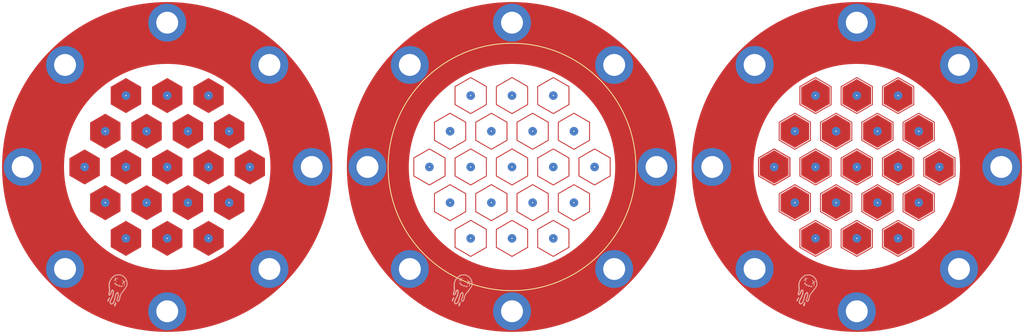
<source format=kicad_pcb>
(kicad_pcb (version 20221018) (generator pcbnew)
  (layers (0 "F.Cu" signal) (31 "B.Cu" signal) (34 "B.Paste" user) (35 "F.Paste" user) (36 "B.SilkS" user "B.Silkscreen") (37 "F.SilkS" user "F.Silkscreen") (38 "B.Mask" user) (39 "F.Mask" user) (44 "Edge.Cuts" user))
  (net 0 "")
  (footprint "1.Hex:Hex.Tile.Solid.G.Hex" (layer "F.Cu") (at 247.289859 56.130093 90)
    (fp_text reference "REF**61" hide)
    (fp_text value "Hex.Tile.Solid.G.Hex" hide)
    (fp_poly (pts (xy 4 0) (xy 2.001777 -3.463075) (xy -2.002238 -3.462808) (xy -4 0) (xy -1.999461 3.464413) (xy 2.002455 3.456909)) (stroke (width 0.01)) (fill solid) (layer "F.Cu"))
    (fp_poly (pts (xy -2.127378 -3.679234) (xy 2.126888 -3.679517) (xy 4.25 0) (xy 2.129018 3.675398) (xy -2.124428 3.680939) (xy -4.25 0) (xy -4.5 0) (xy -2.249394 3.897464) (xy 2.25558 3.893887) (xy 4.5 0) (xy 2.251999 -3.895959) (xy -2.252518 -3.895659) (xy -4.5 0) (xy -4.25 0)) (stroke (width 0.001)) (fill solid) (layer "F.Cu"))
  )
  (footprint "" (layer "F.Cu") (at 124.0365 89.538674)
    (fp_text reference "" (at 0 0) (layer "F.SilkS") (effects (font (size 1.27 1.27))))
    (fp_text value "" (at 0 0) (layer "F.SilkS") (effects (font (size 1.27 1.27))))
    (pad "1" thru_hole circle (at 0 0) (size 9.2 9.2) (drill 5.3) (layers "*.Cu" "*.Mask"))
  )
  (footprint "" (layer "F.Cu") (at 90.028974 40.0412)
    (fp_text reference "" (at 0 0) (layer "F.SilkS") (effects (font (size 1.27 1.27))))
    (fp_text value "" (at 0 0) (layer "F.SilkS") (effects (font (size 1.27 1.27))))
    (pad "1" thru_hole circle (at 0 0) (size 9.2 9.2) (drill 5.3) (layers "*.Cu" "*.Mask"))
  )
  (footprint "Hex:Hex.Tile.Solid.G.Dot" (layer "F.Cu") (at 158.785 47.47 90)
    (fp_text reference "REF**15" hide)
    (fp_text value "Hex.Tile.Solid.G.Dot" hide)
    (fp_circle (center 0 0) (end 1 0) (stroke (width 0.001)) (fill solid) (layer "F.Cu"))
    (fp_poly (pts (xy -2.127378 -3.679234) (xy 2.126888 -3.679517) (xy 4.25 0) (xy 2.129018 3.675398) (xy -2.124428 3.680939) (xy -4.25 0) (xy -4.5 0) (xy -2.249394 3.897464) (xy 2.25558 3.893887) (xy 4.5 0) (xy 2.251999 -3.895959) (xy -2.252518 -3.895659) (xy -4.5 0) (xy -4.25 0)) (stroke (width 0.001)) (fill solid) (layer "F.Cu"))
  )
  (footprint "" (layer "F.Cu") (at 267.289859 64.790093)
    (fp_text reference "" (at 0 0) (layer "F.SilkS") (effects (font (size 1.27 1.27))))
    (fp_text value "" (at 0 0) (layer "F.SilkS") (effects (font (size 1.27 1.27))))
    (pad "1" thru_hole circle (at 0 0) (size 9.2 9.2) (drill 5.3) (layers "*.Cu" "*.Mask"))
  )
  (footprint "1.Hex:Hex.Tile.Solid.G.Hex" (layer "F.Cu") (at 222.289859 47.470093 90)
    (fp_text reference "REF**63" hide)
    (fp_text value "Hex.Tile.Solid.G.Hex" hide)
    (fp_poly (pts (xy 4 0) (xy 2.001777 -3.463075) (xy -2.002238 -3.462808) (xy -4 0) (xy -1.999461 3.464413) (xy 2.002455 3.456909)) (stroke (width 0.01)) (fill solid) (layer "F.Cu"))
    (fp_poly (pts (xy -2.127378 -3.679234) (xy 2.126888 -3.679517) (xy 4.25 0) (xy 2.129018 3.675398) (xy -2.124428 3.680939) (xy -4.25 0) (xy -4.5 0) (xy -2.249394 3.897464) (xy 2.25558 3.893887) (xy 4.5 0) (xy 2.251999 -3.895959) (xy -2.252518 -3.895659) (xy -4.5 0) (xy -4.25 0)) (stroke (width 0.001)) (fill solid) (layer "F.Cu"))
  )
  (footprint "" (layer "F.Cu") (at 65.280237 99.789937)
    (fp_text reference "" (at 0 0) (layer "F.SilkS") (effects (font (size 1.27 1.27))))
    (fp_text value "" (at 0 0) (layer "F.SilkS") (effects (font (size 1.27 1.27))))
    (pad "1" thru_hole circle (at 0 0) (size 9.2 9.2) (drill 5.3) (layers "*.Cu" "*.Mask"))
  )
  (footprint "1.Hex:Hex.Tile.Solid.G.Hex" (layer "F.Cu") (at 247.289859 73.450093 90)
    (fp_text reference "REF**22" hide)
    (fp_text value "Hex.Tile.Solid.G.Hex" hide)
    (fp_poly (pts (xy 4 0) (xy 2.001777 -3.463075) (xy -2.002238 -3.462808) (xy -4 0) (xy -1.999461 3.464413) (xy 2.002455 3.456909)) (stroke (width 0.01)) (fill solid) (layer "F.Cu"))
    (fp_poly (pts (xy -2.127378 -3.679234) (xy 2.126888 -3.679517) (xy 4.25 0) (xy 2.129018 3.675398) (xy -2.124428 3.680939) (xy -4.25 0) (xy -4.5 0) (xy -2.249394 3.897464) (xy 2.25558 3.893887) (xy 4.5 0) (xy 2.251999 -3.895959) (xy -2.252518 -3.895659) (xy -4.5 0) (xy -4.25 0)) (stroke (width 0.001)) (fill solid) (layer "F.Cu"))
  )
  (footprint "1.Hex:Hex.Tile.Solid.G.Hex" (layer "F.Cu") (at 217.289859 56.130093 90)
    (fp_text reference "REF**94" hide)
    (fp_text value "Hex.Tile.Solid.G.Hex" hide)
    (fp_poly (pts (xy 4 0) (xy 2.001777 -3.463075) (xy -2.002238 -3.462808) (xy -4 0) (xy -1.999461 3.464413) (xy 2.002455 3.456909)) (stroke (width 0.01)) (fill solid) (layer "F.Cu"))
    (fp_poly (pts (xy -2.127378 -3.679234) (xy 2.126888 -3.679517) (xy 4.25 0) (xy 2.129018 3.675398) (xy -2.124428 3.680939) (xy -4.25 0) (xy -4.5 0) (xy -2.249394 3.897464) (xy 2.25558 3.893887) (xy 4.5 0) (xy 2.251999 -3.895959) (xy -2.252518 -3.895659) (xy -4.5 0) (xy -4.25 0)) (stroke (width 0.001)) (fill solid) (layer "F.Cu"))
  )
  (footprint "Hex:Hex.Tile.Solid.Hex" (layer "F.Cu") (at 75.280237 64.789937 90)
    (fp_text reference "REF**1" hide)
    (fp_text value "Hex.Tile.Solid.Hex" hide)
    (fp_poly (pts (xy 4.25 0) (xy 2.126888 -3.679517) (xy -2.127378 -3.679234) (xy -4.25 0) (xy -2.124428 3.680939) (xy 2.129018 3.675398)) (stroke (width 0.01)) (fill solid) (layer "F.Cu"))
  )
  (footprint "Hex:Hex.Tile.Solid.Hex" (layer "F.Cu") (at 55.280237 82.109937 -90)
    (fp_text reference "REF**40" hide)
    (fp_text value "Hex.Tile.Solid.Hex" hide)
    (fp_poly (pts (xy 4.25 0) (xy 2.126888 -3.679517) (xy -2.127378 -3.679234) (xy -4.25 0) (xy -2.124428 3.680939) (xy 2.129018 3.675398)) (stroke (width 0.01)) (fill solid) (layer "F.Cu"))
  )
  (footprint "Hex:Hex.Tile.Solid.G.Dot" (layer "F.Cu") (at 133.785 56.13 90)
    (fp_text reference "REF**53" hide)
    (fp_text value "Hex.Tile.Solid.G.Dot" hide)
    (fp_circle (center 0 0) (end 1 0) (stroke (width 0.001)) (fill solid) (layer "F.Cu"))
    (fp_poly (pts (xy -2.127378 -3.679234) (xy 2.126888 -3.679517) (xy 4.25 0) (xy 2.129018 3.675398) (xy -2.124428 3.680939) (xy -4.25 0) (xy -4.5 0) (xy -2.249394 3.897464) (xy 2.25558 3.893887) (xy 4.5 0) (xy 2.251999 -3.895959) (xy -2.252518 -3.895659) (xy -4.5 0) (xy -4.25 0)) (stroke (width 0.001)) (fill solid) (layer "F.Cu"))
  )
  (footprint "1.Hex:Hex.Tile.Solid.G.Hex" (layer "F.Cu") (at 222.289859 64.790093 90)
    (fp_text reference "REF**75" hide)
    (fp_text value "Hex.Tile.Solid.G.Hex" hide)
    (fp_poly (pts (xy 4 0) (xy 2.001777 -3.463075) (xy -2.002238 -3.462808) (xy -4 0) (xy -1.999461 3.464413) (xy 2.002455 3.456909)) (stroke (width 0.01)) (fill solid) (layer "F.Cu"))
    (fp_poly (pts (xy -2.127378 -3.679234) (xy 2.126888 -3.679517) (xy 4.25 0) (xy 2.129018 3.675398) (xy -2.124428 3.680939) (xy -4.25 0) (xy -4.5 0) (xy -2.249394 3.897464) (xy 2.25558 3.893887) (xy 4.5 0) (xy 2.251999 -3.895959) (xy -2.252518 -3.895659) (xy -4.5 0) (xy -4.25 0)) (stroke (width 0.001)) (fill solid) (layer "F.Cu"))
  )
  (footprint "" (layer "F.Cu") (at 173.533974 40.0412)
    (fp_text reference "" (at 0 0) (layer "F.SilkS") (effects (font (size 1.27 1.27))))
    (fp_text value "" (at 0 0) (layer "F.SilkS") (effects (font (size 1.27 1.27))))
    (pad "1" thru_hole circle (at 0 0) (size 9.2 9.2) (drill 5.3) (layers "*.Cu" "*.Mask"))
  )
  (footprint "Hex:Hex.Tile.Solid.Hex" (layer "F.Cu") (at 65.280237 82.109937 -90)
    (fp_text reference "REF**39" hide)
    (fp_text value "Hex.Tile.Solid.Hex" hide)
    (fp_poly (pts (xy 4.25 0) (xy 2.126888 -3.679517) (xy -2.127378 -3.679234) (xy -4.25 0) (xy -2.124428 3.680939) (xy 2.129018 3.675398)) (stroke (width 0.01)) (fill solid) (layer "F.Cu"))
  )
  (footprint "Hex:Hex.Tile.Solid.Hex" (layer "F.Cu") (at 60.280237 56.129937 90)
    (fp_text reference "REF**19" hide)
    (fp_text value "Hex.Tile.Solid.Hex" hide)
    (fp_poly (pts (xy 4.25 0) (xy 2.126888 -3.679517) (xy -2.127378 -3.679234) (xy -4.25 0) (xy -2.124428 3.680939) (xy 2.129018 3.675398)) (stroke (width 0.01)) (fill solid) (layer "F.Cu"))
  )
  (footprint "Hex:Hex.Tile.Solid.G.Dot" (layer "F.Cu") (at 163.785 73.45 90)
    (fp_text reference "REF**33" hide)
    (fp_text value "Hex.Tile.Solid.G.Dot" hide)
    (fp_circle (center 0 0) (end 1 0) (stroke (width 0.001)) (fill solid) (layer "F.Cu"))
    (fp_poly (pts (xy -2.127378 -3.679234) (xy 2.126888 -3.679517) (xy 4.25 0) (xy 2.129018 3.675398) (xy -2.124428 3.680939) (xy -4.25 0) (xy -4.5 0) (xy -2.249394 3.897464) (xy 2.25558 3.893887) (xy 4.5 0) (xy 2.251999 -3.895959) (xy -2.252518 -3.895659) (xy -4.5 0) (xy -4.25 0)) (stroke (width 0.001)) (fill solid) (layer "F.Cu"))
  )
  (footprint "" (layer "F.Cu") (at 232.289859 99.790093)
    (fp_text reference "" (at 0 0) (layer "F.SilkS") (effects (font (size 1.27 1.27))))
    (fp_text value "" (at 0 0) (layer "F.SilkS") (effects (font (size 1.27 1.27))))
    (pad "1" thru_hole circle (at 0 0) (size 9.2 9.2) (drill 5.3) (layers "*.Cu" "*.Mask"))
  )
  (footprint "Hex:Hex.Tile.Solid.G.Dot" (layer "F.Cu") (at 138.785 82.11 90)
    (fp_text reference "REF**71" hide)
    (fp_text value "Hex.Tile.Solid.G.Dot" hide)
    (fp_circle (center 0 0) (end 1 0) (stroke (width 0.001)) (fill solid) (layer "F.Cu"))
    (fp_poly (pts (xy -2.127378 -3.679234) (xy 2.126888 -3.679517) (xy 4.25 0) (xy 2.129018 3.675398) (xy -2.124428 3.680939) (xy -4.25 0) (xy -4.5 0) (xy -2.249394 3.897464) (xy 2.25558 3.893887) (xy 4.5 0) (xy 2.251999 -3.895959) (xy -2.252518 -3.895659) (xy -4.5 0) (xy -4.25 0)) (stroke (width 0.001)) (fill solid) (layer "F.Cu"))
  )
  (footprint "Hex:Hex.Tile.Solid.Hex" (layer "F.Cu") (at 60.280237 73.449937 90)
    (fp_text reference "REF**35" hide)
    (fp_text value "Hex.Tile.Solid.Hex" hide)
    (fp_poly (pts (xy 4.25 0) (xy 2.126888 -3.679517) (xy -2.127378 -3.679234) (xy -4.25 0) (xy -2.124428 3.680939) (xy 2.129018 3.675398)) (stroke (width 0.01)) (fill solid) (layer "F.Cu"))
  )
  (footprint "" (layer "F.Cu") (at 65.280237 29.789937)
    (fp_text reference "" (at 0 0) (layer "F.SilkS") (effects (font (size 1.27 1.27))))
    (fp_text value "" (at 0 0) (layer "F.SilkS") (effects (font (size 1.27 1.27))))
    (pad "1" thru_hole circle (at 0 0) (size 9.2 9.2) (drill 5.3) (layers "*.Cu" "*.Mask"))
  )
  (footprint "1.Hex:Hex.Tile.Solid.G.Hex" (layer "F.Cu") (at 237.289859 56.130093 90)
    (fp_text reference "REF**60" hide)
    (fp_text value "Hex.Tile.Solid.G.Hex" hide)
    (fp_poly (pts (xy 4 0) (xy 2.001777 -3.463075) (xy -2.002238 -3.462808) (xy -4 0) (xy -1.999461 3.464413) (xy 2.002455 3.456909)) (stroke (width 0.01)) (fill solid) (layer "F.Cu"))
    (fp_poly (pts (xy -2.127378 -3.679234) (xy 2.126888 -3.679517) (xy 4.25 0) (xy 2.129018 3.675398) (xy -2.124428 3.680939) (xy -4.25 0) (xy -4.5 0) (xy -2.249394 3.897464) (xy 2.25558 3.893887) (xy 4.5 0) (xy 2.251999 -3.895959) (xy -2.252518 -3.895659) (xy -4.5 0) (xy -4.25 0)) (stroke (width 0.001)) (fill solid) (layer "F.Cu"))
  )
  (footprint "Hex:Hex.Tile.Solid.G.Dot" (layer "F.Cu") (at 158.785 64.79 90)
    (fp_text reference "REF**3" hide)
    (fp_text value "Hex.Tile.Solid.G.Dot" hide)
    (fp_circle (center 0 0) (end 1 0) (stroke (width 0.001)) (fill solid) (layer "F.Cu"))
    (fp_poly (pts (xy -2.127378 -3.679234) (xy 2.126888 -3.679517) (xy 4.25 0) (xy 2.129018 3.675398) (xy -2.124428 3.680939) (xy -4.25 0) (xy -4.5 0) (xy -2.249394 3.897464) (xy 2.25558 3.893887) (xy 4.5 0) (xy 2.251999 -3.895959) (xy -2.252518 -3.895659) (xy -4.5 0) (xy -4.25 0)) (stroke (width 0.001)) (fill solid) (layer "F.Cu"))
  )
  (footprint "1.Hex:Hex.Tile.Solid.G.Hex" (layer "F.Cu") (at 227.289859 56.130093 90)
    (fp_text reference "REF**59" hide)
    (fp_text value "Hex.Tile.Solid.G.Hex" hide)
    (fp_poly (pts (xy 4 0) (xy 2.001777 -3.463075) (xy -2.002238 -3.462808) (xy -4 0) (xy -1.999461 3.464413) (xy 2.002455 3.456909)) (stroke (width 0.01)) (fill solid) (layer "F.Cu"))
    (fp_poly (pts (xy -2.127378 -3.679234) (xy 2.126888 -3.679517) (xy 4.25 0) (xy 2.129018 3.675398) (xy -2.124428 3.680939) (xy -4.25 0) (xy -4.5 0) (xy -2.249394 3.897464) (xy 2.25558 3.893887) (xy 4.5 0) (xy 2.251999 -3.895959) (xy -2.252518 -3.895659) (xy -4.5 0) (xy -4.25 0)) (stroke (width 0.001)) (fill solid) (layer "F.Cu"))
  )
  (footprint "1.Hex:Hex.Tile.Solid.G.Hex" (layer "F.Cu") (at 232.289859 47.470093 90)
    (fp_text reference "REF**65" hide)
    (fp_text value "Hex.Tile.Solid.G.Hex" hide)
    (fp_poly (pts (xy 4 0) (xy 2.001777 -3.463075) (xy -2.002238 -3.462808) (xy -4 0) (xy -1.999461 3.464413) (xy 2.002455 3.456909)) (stroke (width 0.01)) (fill solid) (layer "F.Cu"))
    (fp_poly (pts (xy -2.127378 -3.679234) (xy 2.126888 -3.679517) (xy 4.25 0) (xy 2.129018 3.675398) (xy -2.124428 3.680939) (xy -4.25 0) (xy -4.5 0) (xy -2.249394 3.897464) (xy 2.25558 3.893887) (xy 4.5 0) (xy 2.251999 -3.895959) (xy -2.252518 -3.895659) (xy -4.5 0) (xy -4.25 0)) (stroke (width 0.001)) (fill solid) (layer "F.Cu"))
  )
  (footprint "" (layer "F.Cu") (at 207.541122 40.041356)
    (fp_text reference "" (at 0 0) (layer "F.SilkS") (effects (font (size 1.27 1.27))))
    (fp_text value "" (at 0 0) (layer "F.SilkS") (effects (font (size 1.27 1.27))))
    (pad "1" thru_hole circle (at 0 0) (size 9.2 9.2) (drill 5.3) (layers "*.Cu" "*.Mask"))
  )
  (footprint "Hex:Hex.Tile.Solid.G.Dot" (layer "F.Cu") (at 133.785 73.45 90)
    (fp_text reference "REF**68" hide)
    (fp_text value "Hex.Tile.Solid.G.Dot" hide)
    (fp_circle (center 0 0) (end 1 0) (stroke (width 0.001)) (fill solid) (layer "F.Cu"))
    (fp_poly (pts (xy -2.127378 -3.679234) (xy 2.126888 -3.679517) (xy 4.25 0) (xy 2.129018 3.675398) (xy -2.124428 3.680939) (xy -4.25 0) (xy -4.5 0) (xy -2.249394 3.897464) (xy 2.25558 3.893887) (xy 4.5 0) (xy 2.251999 -3.895959) (xy -2.252518 -3.895659) (xy -4.5 0) (xy -4.25 0)) (stroke (width 0.001)) (fill solid) (layer "F.Cu"))
  )
  (footprint "Hex:Hex.Tile.Solid.Hex" (layer "F.Cu") (at 75.280237 82.109937 -90)
    (fp_text reference "REF**8" hide)
    (fp_text value "Hex.Tile.Solid.Hex" hide)
    (fp_poly (pts (xy 4.25 0) (xy 2.126888 -3.679517) (xy -2.127378 -3.679234) (xy -4.25 0) (xy -2.124428 3.680939) (xy 2.129018 3.675398)) (stroke (width 0.01)) (fill solid) (layer "F.Cu"))
  )
  (footprint "1.Hex:Hex.Tile.Solid.G.Hex" (layer "F.Cu") (at 212.289859 64.790093 90)
    (fp_text reference "REF**91" hide)
    (fp_text value "Hex.Tile.Solid.G.Hex" hide)
    (fp_poly (pts (xy 4 0) (xy 2.001777 -3.463075) (xy -2.002238 -3.462808) (xy -4 0) (xy -1.999461 3.464413) (xy 2.002455 3.456909)) (stroke (width 0.01)) (fill solid) (layer "F.Cu"))
    (fp_poly (pts (xy -2.127378 -3.679234) (xy 2.126888 -3.679517) (xy 4.25 0) (xy 2.129018 3.675398) (xy -2.124428 3.680939) (xy -4.25 0) (xy -4.5 0) (xy -2.249394 3.897464) (xy 2.25558 3.893887) (xy 4.5 0) (xy 2.251999 -3.895959) (xy -2.252518 -3.895659) (xy -4.5 0) (xy -4.25 0)) (stroke (width 0.001)) (fill solid) (layer "F.Cu"))
  )
  (footprint "Hex:Hex.Tile.Solid.G.Dot" (layer "F.Cu") (at 138.785 64.79 90)
    (fp_text reference "REF**64" hide)
    (fp_text value "Hex.Tile.Solid.G.Dot" hide)
    (fp_circle (center 0 0) (end 1 0) (stroke (width 0.001)) (fill solid) (layer "F.Cu"))
    (fp_poly (pts (xy -2.127378 -3.679234) (xy 2.126888 -3.679517) (xy 4.25 0) (xy 2.129018 3.675398) (xy -2.124428 3.680939) (xy -4.25 0) (xy -4.5 0) (xy -2.249394 3.897464) (xy 2.25558 3.893887) (xy 4.5 0) (xy 2.251999 -3.895959) (xy -2.252518 -3.895659) (xy -4.5 0) (xy -4.25 0)) (stroke (width 0.001)) (fill solid) (layer "F.Cu"))
  )
  (footprint "Hex:Hex.Tile.Solid.G.Dot" (layer "F.Cu") (at 148.785 64.79 90)
    (fp_text reference "REF**" hide)
    (fp_text value "Hex.Tile.Solid.G.Dot" hide)
    (fp_circle (center 0 0) (end 1 0) (stroke (width 0.001)) (fill solid) (layer "F.Cu"))
    (fp_poly (pts (xy -2.127378 -3.679234) (xy 2.126888 -3.679517) (xy 4.25 0) (xy 2.129018 3.675398) (xy -2.124428 3.680939) (xy -4.25 0) (xy -4.5 0) (xy -2.249394 3.897464) (xy 2.25558 3.893887) (xy 4.5 0) (xy 2.251999 -3.895959) (xy -2.252518 -3.895659) (xy -4.5 0) (xy -4.25 0)) (stroke (width 0.001)) (fill solid) (layer "F.Cu"))
  )
  (footprint "" (layer "F.Cu") (at 257.038596 40.041356)
    (fp_text reference "" (at 0 0) (layer "F.SilkS") (effects (font (size 1.27 1.27))))
    (fp_text value "" (at 0 0) (layer "F.SilkS") (effects (font (size 1.27 1.27))))
    (pad "1" thru_hole circle (at 0 0) (size 9.2 9.2) (drill 5.3) (layers "*.Cu" "*.Mask"))
  )
  (footprint "Hex:Hex.Tile.Solid.Hex" (layer "F.Cu") (at 50.280237 73.449937 90)
    (fp_text reference "REF**36" hide)
    (fp_text value "Hex.Tile.Solid.Hex" hide)
    (fp_poly (pts (xy 4.25 0) (xy 2.126888 -3.679517) (xy -2.127378 -3.679234) (xy -4.25 0) (xy -2.124428 3.680939) (xy 2.129018 3.675398)) (stroke (width 0.01)) (fill solid) (layer "F.Cu"))
  )
  (footprint "" (layer "F.Cu") (at 113.785237 64.789937)
    (fp_text reference "" (at 0 0) (layer "F.SilkS") (effects (font (size 1.27 1.27))))
    (fp_text value "" (at 0 0) (layer "F.SilkS") (effects (font (size 1.27 1.27))))
    (pad "1" thru_hole circle (at 0 0) (size 9.2 9.2) (drill 5.3) (layers "*.Cu" "*.Mask"))
  )
  (footprint "" (layer "F.Cu") (at 183.785237 64.789937)
    (fp_text reference "" (at 0 0) (layer "F.SilkS") (effects (font (size 1.27 1.27))))
    (fp_text value "" (at 0 0) (layer "F.SilkS") (effects (font (size 1.27 1.27))))
    (pad "1" thru_hole circle (at 0 0) (size 9.2 9.2) (drill 5.3) (layers "*.Cu" "*.Mask"))
  )
  (footprint "Hex:Hex.Tile.Solid.G.Dot" (layer "F.Cu") (at 143.785 56.13 90)
    (fp_text reference "REF**9" hide)
    (fp_text value "Hex.Tile.Solid.G.Dot" hide)
    (fp_circle (center 0 0) (end 1 0) (stroke (width 0.001)) (fill solid) (layer "F.Cu"))
    (fp_poly (pts (xy -2.127378 -3.679234) (xy 2.126888 -3.679517) (xy 4.25 0) (xy 2.129018 3.675398) (xy -2.124428 3.680939) (xy -4.25 0) (xy -4.5 0) (xy -2.249394 3.897464) (xy 2.25558 3.893887) (xy 4.5 0) (xy 2.251999 -3.895959) (xy -2.252518 -3.895659) (xy -4.5 0) (xy -4.25 0)) (stroke (width 0.001)) (fill solid) (layer "F.Cu"))
  )
  (footprint "Hex:Hex.Tile.Solid.Hex" (layer "F.Cu") (at 65.280237 64.789937 90)
    (fp_text reference "REF**" hide)
    (fp_text value "Hex.Tile.Solid.Hex" hide)
    (fp_poly (pts (xy 4.25 0) (xy 2.126888 -3.679517) (xy -2.127378 -3.679234) (xy -4.25 0) (xy -2.124428 3.680939) (xy 2.129018 3.675398)) (stroke (width 0.01)) (fill solid) (layer "F.Cu"))
  )
  (footprint "1.Hex:Hex.Tile.Solid.G.Hex" (layer "F.Cu") (at 227.289859 73.450093 90)
    (fp_text reference "REF**79" hide)
    (fp_text value "Hex.Tile.Solid.G.Hex" hide)
    (fp_poly (pts (xy 4 0) (xy 2.001777 -3.463075) (xy -2.002238 -3.462808) (xy -4 0) (xy -1.999461 3.464413) (xy 2.002455 3.456909)) (stroke (width 0.01)) (fill solid) (layer "F.Cu"))
    (fp_poly (pts (xy -2.127378 -3.679234) (xy 2.126888 -3.679517) (xy 4.25 0) (xy 2.129018 3.675398) (xy -2.124428 3.680939) (xy -4.25 0) (xy -4.5 0) (xy -2.249394 3.897464) (xy 2.25558 3.893887) (xy 4.5 0) (xy 2.251999 -3.895959) (xy -2.252518 -3.895659) (xy -4.5 0) (xy -4.25 0)) (stroke (width 0.001)) (fill solid) (layer "F.Cu"))
  )
  (footprint "Hex:Hex.Tile.Solid.G.Dot" (layer "F.Cu") (at 153.785 56.13 90)
    (fp_text reference "REF**10" hide)
    (fp_text value "Hex.Tile.Solid.G.Dot" hide)
    (fp_circle (center 0 0) (end 1 0) (stroke (width 0.001)) (fill solid) (layer "F.Cu"))
    (fp_poly (pts (xy -2.127378 -3.679234) (xy 2.126888 -3.679517) (xy 4.25 0) (xy 2.129018 3.675398) (xy -2.124428 3.680939) (xy -4.25 0) (xy -4.5 0) (xy -2.249394 3.897464) (xy 2.25558 3.893887) (xy 4.5 0) (xy 2.251999 -3.895959) (xy -2.252518 -3.895659) (xy -4.5 0) (xy -4.25 0)) (stroke (width 0.001)) (fill solid) (layer "F.Cu"))
  )
  (footprint "Hex:Hex.Tile.Solid.Hex" (layer "F.Cu") (at 75.280237 47.469937 90)
    (fp_text reference "REF**25" hide)
    (fp_text value "Hex.Tile.Solid.Hex" hide)
    (fp_poly (pts (xy 4.25 0) (xy 2.126888 -3.679517) (xy -2.127378 -3.679234) (xy -4.25 0) (xy -2.124428 3.680939) (xy 2.129018 3.675398)) (stroke (width 0.01)) (fill solid) (layer "F.Cu"))
  )
  (footprint "" (layer "F.Cu") (at 148.785237 99.789937)
    (fp_text reference "" (at 0 0) (layer "F.SilkS") (effects (font (size 1.27 1.27))))
    (fp_text value "" (at 0 0) (layer "F.SilkS") (effects (font (size 1.27 1.27))))
    (pad "1" thru_hole circle (at 0 0) (size 9.2 9.2) (drill 5.3) (layers "*.Cu" "*.Mask"))
  )
  (footprint "" (layer "F.Cu") (at 124.0365 40.0412)
    (fp_text reference "" (at 0 0) (layer "F.SilkS") (effects (font (size 1.27 1.27))))
    (fp_text value "" (at 0 0) (layer "F.SilkS") (effects (font (size 1.27 1.27))))
    (pad "1" thru_hole circle (at 0 0) (size 9.2 9.2) (drill 5.3) (layers "*.Cu" "*.Mask"))
  )
  (footprint "" (layer "F.Cu") (at 90.028974 89.538674)
    (fp_text reference "" (at 0 0) (layer "F.SilkS") (effects (font (size 1.27 1.27))))
    (fp_text value "" (at 0 0) (layer "F.SilkS") (effects (font (size 1.27 1.27))))
    (pad "1" thru_hole circle (at 0 0) (size 9.2 9.2) (drill 5.3) (layers "*.Cu" "*.Mask"))
  )
  (footprint "" (layer "F.Cu") (at 30.280237 64.789937)
    (fp_text reference "" (at 0 0) (layer "F.SilkS") (effects (font (size 1.27 1.27))))
    (fp_text value "" (at 0 0) (layer "F.SilkS") (effects (font (size 1.27 1.27))))
    (pad "1" thru_hole circle (at 0 0) (size 9.2 9.2) (drill 5.3) (layers "*.Cu" "*.Mask"))
  )
  (footprint "1.Hex:Hex.Tile.Solid.G.Hex" (layer "F.Cu") (at 237.289859 73.450093 90)
    (fp_text reference "REF**18" hide)
    (fp_text value "Hex.Tile.Solid.G.Hex" hide)
    (fp_poly (pts (xy 4 0) (xy 2.001777 -3.463075) (xy -2.002238 -3.462808) (xy -4 0) (xy -1.999461 3.464413) (xy 2.002455 3.456909)) (stroke (width 0.01)) (fill solid) (layer "F.Cu"))
    (fp_poly (pts (xy -2.127378 -3.679234) (xy 2.126888 -3.679517) (xy 4.25 0) (xy 2.129018 3.675398) (xy -2.124428 3.680939) (xy -4.25 0) (xy -4.5 0) (xy -2.249394 3.897464) (xy 2.25558 3.893887) (xy 4.5 0) (xy 2.251999 -3.895959) (xy -2.252518 -3.895659) (xy -4.5 0) (xy -4.25 0)) (stroke (width 0.001)) (fill solid) (layer "F.Cu"))
  )
  (footprint "Hex:Hex.Tile.Solid.G.Dot" (layer "F.Cu") (at 158.785 82.11 90)
    (fp_text reference "REF**38" hide)
    (fp_text value "Hex.Tile.Solid.G.Dot" hide)
    (fp_circle (center 0 0) (end 1 0) (stroke (width 0.001)) (fill solid) (layer "F.Cu"))
    (fp_poly (pts (xy -2.127378 -3.679234) (xy 2.126888 -3.679517) (xy 4.25 0) (xy 2.129018 3.675398) (xy -2.124428 3.680939) (xy -4.25 0) (xy -4.5 0) (xy -2.249394 3.897464) (xy 2.25558 3.893887) (xy 4.5 0) (xy 2.251999 -3.895959) (xy -2.252518 -3.895659) (xy -4.5 0) (xy -4.25 0)) (stroke (width 0.001)) (fill solid) (layer "F.Cu"))
  )
  (footprint "Hex:Hex.Tile.Solid.G.Dot" (layer "F.Cu") (at 143.785 73.45 90)
    (fp_text reference "REF**67" hide)
    (fp_text value "Hex.Tile.Solid.G.Dot" hide)
    (fp_circle (center 0 0) (end 1 0) (stroke (width 0.001)) (fill solid) (layer "F.Cu"))
    (fp_poly (pts (xy -2.127378 -3.679234) (xy 2.126888 -3.679517) (xy 4.25 0) (xy 2.129018 3.675398) (xy -2.124428 3.680939) (xy -4.25 0) (xy -4.5 0) (xy -2.249394 3.897464) (xy 2.25558 3.893887) (xy 4.5 0) (xy 2.251999 -3.895959) (xy -2.252518 -3.895659) (xy -4.5 0) (xy -4.25 0)) (stroke (width 0.001)) (fill solid) (layer "F.Cu"))
  )
  (footprint "Hex:Hex.Tile.Solid.Hex" (layer "F.Cu") (at 70.280237 56.129937 90)
    (fp_text reference "REF**20" hide)
    (fp_text value "Hex.Tile.Solid.Hex" hide)
    (fp_poly (pts (xy 4.25 0) (xy 2.126888 -3.679517) (xy -2.127378 -3.679234) (xy -4.25 0) (xy -2.124428 3.680939) (xy 2.129018 3.675398)) (stroke (width 0.01)) (fill solid) (layer "F.Cu"))
  )
  (footprint "" (layer "F.Cu") (at 173.533974 89.538674)
    (fp_text reference "" (at 0 0) (layer "F.SilkS") (effects (font (size 1.27 1.27))))
    (fp_text value "" (at 0 0) (layer "F.SilkS") (effects (font (size 1.27 1.27))))
    (pad "1" thru_hole circle (at 0 0) (size 9.2 9.2) (drill 5.3) (layers "*.Cu" "*.Mask"))
  )
  (footprint "Hex:Hex.Tile.Solid.Hex" (layer "F.Cu") (at 80.280237 56.129937 90)
    (fp_text reference "REF**21" hide)
    (fp_text value "Hex.Tile.Solid.Hex" hide)
    (fp_poly (pts (xy 4.25 0) (xy 2.126888 -3.679517) (xy -2.127378 -3.679234) (xy -4.25 0) (xy -2.124428 3.680939) (xy 2.129018 3.675398)) (stroke (width 0.01)) (fill solid) (layer "F.Cu"))
  )
  (footprint "1.Hex:Hex.Tile.Solid.G.Hex" (layer "F.Cu") (at 252.289859 64.790093 90)
    (fp_text reference "REF**12" hide)
    (fp_text value "Hex.Tile.Solid.G.Hex" hide)
    (fp_poly (pts (xy 4 0) (xy 2.001777 -3.463075) (xy -2.002238 -3.462808) (xy -4 0) (xy -1.999461 3.464413) (xy 2.002455 3.456909)) (stroke (width 0.01)) (fill solid) (layer "F.Cu"))
    (fp_poly (pts (xy -2.127378 -3.679234) (xy 2.126888 -3.679517) (xy 4.25 0) (xy 2.129018 3.675398) (xy -2.124428 3.680939) (xy -4.25 0) (xy -4.5 0) (xy -2.249394 3.897464) (xy 2.25558 3.893887) (xy 4.5 0) (xy 2.251999 -3.895959) (xy -2.252518 -3.895659) (xy -4.5 0) (xy -4.25 0)) (stroke (width 0.001)) (fill solid) (layer "F.Cu"))
  )
  (footprint "1.Hex:Hex.Tile.Solid.G.Hex" (layer "F.Cu") (at 232.289859 82.110093 90)
    (fp_text reference "REF**84" hide)
    (fp_text value "Hex.Tile.Solid.G.Hex" hide)
    (fp_poly (pts (xy 4 0) (xy 2.001777 -3.463075) (xy -2.002238 -3.462808) (xy -4 0) (xy -1.999461 3.464413) (xy 2.002455 3.456909)) (stroke (width 0.01)) (fill solid) (layer "F.Cu"))
    (fp_poly (pts (xy -2.127378 -3.679234) (xy 2.126888 -3.679517) (xy 4.25 0) (xy 2.129018 3.675398) (xy -2.124428 3.680939) (xy -4.25 0) (xy -4.5 0) (xy -2.249394 3.897464) (xy 2.25558 3.893887) (xy 4.5 0) (xy 2.251999 -3.895959) (xy -2.252518 -3.895659) (xy -4.5 0) (xy -4.25 0)) (stroke (width 0.001)) (fill solid) (layer "F.Cu"))
  )
  (footprint "Hex:Hex.Tile.Solid.G.Dot" (layer "F.Cu") (at 153.785 73.45 90)
    (fp_text reference "REF**30" hide)
    (fp_text value "Hex.Tile.Solid.G.Dot" hide)
    (fp_circle (center 0 0) (end 1 0) (stroke (width 0.001)) (fill solid) (layer "F.Cu"))
    (fp_poly (pts (xy -2.127378 -3.679234) (xy 2.126888 -3.679517) (xy 4.25 0) (xy 2.129018 3.675398) (xy -2.124428 3.680939) (xy -4.25 0) (xy -4.5 0) (xy -2.249394 3.897464) (xy 2.25558 3.893887) (xy 4.5 0) (xy 2.251999 -3.895959) (xy -2.252518 -3.895659) (xy -4.5 0) (xy -4.25 0)) (stroke (width 0.001)) (fill solid) (layer "F.Cu"))
  )
  (footprint "" (layer "F.Cu") (at 197.289859 64.790093)
    (fp_text reference "" (at 0 0) (layer "F.SilkS") (effects (font (size 1.27 1.27))))
    (fp_text value "" (at 0 0) (layer "F.SilkS") (effects (font (size 1.27 1.27))))
    (pad "1" thru_hole circle (at 0 0) (size 9.2 9.2) (drill 5.3) (layers "*.Cu" "*.Mask"))
  )
  (footprint "" (layer "F.Cu") (at 257.038596 89.53883)
    (fp_text reference "" (at 0 0) (layer "F.SilkS") (effects (font (size 1.27 1.27))))
    (fp_text value "" (at 0 0) (layer "F.SilkS") (effects (font (size 1.27 1.27))))
    (pad "1" thru_hole circle (at 0 0) (size 9.2 9.2) (drill 5.3) (layers "*.Cu" "*.Mask"))
  )
  (footprint "Hex:Hex.Tile.Solid.Hex" (layer "F.Cu") (at 45.280237 64.789937 90)
    (fp_text reference "REF**32" hide)
    (fp_text value "Hex.Tile.Solid.Hex" hide)
    (fp_poly (pts (xy 4.25 0) (xy 2.126888 -3.679517) (xy -2.127378 -3.679234) (xy -4.25 0) (xy -2.124428 3.680939) (xy 2.129018 3.675398)) (stroke (width 0.01)) (fill solid) (layer "F.Cu"))
  )
  (footprint "1.Hex:Hex.Tile.Solid.G.Hex" (layer "F.Cu") (at 232.289859 64.790093 90)
    (fp_text reference "REF**" hide)
    (fp_text value "Hex.Tile.Solid.G.Hex" hide)
    (fp_poly (pts (xy 4 0) (xy 2.001777 -3.463075) (xy -2.002238 -3.462808) (xy -4 0) (xy -1.999461 3.464413) (xy 2.002455 3.456909)) (stroke (width 0.01)) (fill solid) (layer "F.Cu"))
    (fp_poly (pts (xy -2.127378 -3.679234) (xy 2.126888 -3.679517) (xy 4.25 0) (xy 2.129018 3.675398) (xy -2.124428 3.680939) (xy -4.25 0) (xy -4.5 0) (xy -2.249394 3.897464) (xy 2.25558 3.893887) (xy 4.5 0) (xy 2.251999 -3.895959) (xy -2.252518 -3.895659) (xy -4.5 0) (xy -4.25 0)) (stroke (width 0.001)) (fill solid) (layer "F.Cu"))
  )
  (footprint "1.Hex:Hex.Tile.Solid.G.Hex" (layer "F.Cu") (at 242.289859 82.110093 90)
    (fp_text reference "REF**29" hide)
    (fp_text value "Hex.Tile.Solid.G.Hex" hide)
    (fp_poly (pts (xy 4 0) (xy 2.001777 -3.463075) (xy -2.002238 -3.462808) (xy -4 0) (xy -1.999461 3.464413) (xy 2.002455 3.456909)) (stroke (width 0.01)) (fill solid) (layer "F.Cu"))
    (fp_poly (pts (xy -2.127378 -3.679234) (xy 2.126888 -3.679517) (xy 4.25 0) (xy 2.129018 3.675398) (xy -2.124428 3.680939) (xy -4.25 0) (xy -4.5 0) (xy -2.249394 3.897464) (xy 2.25558 3.893887) (xy 4.5 0) (xy 2.251999 -3.895959) (xy -2.252518 -3.895659) (xy -4.5 0) (xy -4.25 0)) (stroke (width 0.001)) (fill solid) (layer "F.Cu"))
  )
  (footprint "1.Hex:Hex.Tile.Solid.G.Hex" (layer "F.Cu") (at 212.289859 64.790093 90)
    (fp_text reference "REF**76" hide)
    (fp_text value "Hex.Tile.Solid.G.Hex" hide)
    (fp_poly (pts (xy 4 0) (xy 2.001777 -3.463075) (xy -2.002238 -3.462808) (xy -4 0) (xy -1.999461 3.464413) (xy 2.002455 3.456909)) (stroke (width 0.01)) (fill solid) (layer "F.Cu"))
    (fp_poly (pts (xy -2.127378 -3.679234) (xy 2.126888 -3.679517) (xy 4.25 0) (xy 2.129018 3.675398) (xy -2.124428 3.680939) (xy -4.25 0) (xy -4.5 0) (xy -2.249394 3.897464) (xy 2.25558 3.893887) (xy 4.5 0) (xy 2.251999 -3.895959) (xy -2.252518 -3.895659) (xy -4.5 0) (xy -4.25 0)) (stroke (width 0.001)) (fill solid) (layer "F.Cu"))
  )
  (footprint "" (layer "F.Cu") (at 40.5315 40.0412)
    (fp_text reference "" (at 0 0) (layer "F.SilkS") (effects (font (size 1.27 1.27))))
    (fp_text value "" (at 0 0) (layer "F.SilkS") (effects (font (size 1.27 1.27))))
    (pad "1" thru_hole circle (at 0 0) (size 9.2 9.2) (drill 5.3) (layers "*.Cu" "*.Mask"))
  )
  (footprint "Hex:Hex.Tile.Solid.G.Dot" (layer "F.Cu") (at 138.785 47.47 90)
    (fp_text reference "REF**13" hide)
    (fp_text value "Hex.Tile.Solid.G.Dot" hide)
    (fp_circle (center 0 0) (end 1 0) (stroke (width 0.001)) (fill solid) (layer "F.Cu"))
    (fp_poly (pts (xy -2.127378 -3.679234) (xy 2.126888 -3.679517) (xy 4.25 0) (xy 2.129018 3.675398) (xy -2.124428 3.680939) (xy -4.25 0) (xy -4.5 0) (xy -2.249394 3.897464) (xy 2.25558 3.893887) (xy 4.5 0) (xy 2.251999 -3.895959) (xy -2.252518 -3.895659) (xy -4.5 0) (xy -4.25 0)) (stroke (width 0.001)) (fill solid) (layer "F.Cu"))
  )
  (footprint "Hex:Hex.Tile.Solid.Hex" (layer "F.Cu") (at 80.280237 73.449937 90)
    (fp_text reference "REF**5" hide)
    (fp_text value "Hex.Tile.Solid.Hex" hide)
    (fp_poly (pts (xy 4.25 0) (xy 2.126888 -3.679517) (xy -2.127378 -3.679234) (xy -4.25 0) (xy -2.124428 3.680939) (xy 2.129018 3.675398)) (stroke (width 0.01)) (fill solid) (layer "F.Cu"))
  )
  (footprint "" (layer "F.Cu") (at 100.280237 64.789937)
    (fp_text reference "" (at 0 0) (layer "F.SilkS") (effects (font (size 1.27 1.27))))
    (fp_text value "" (at 0 0) (layer "F.SilkS") (effects (font (size 1.27 1.27))))
    (pad "1" thru_hole circle (at 0 0) (size 9.2 9.2) (drill 5.3) (layers "*.Cu" "*.Mask"))
  )
  (footprint "Hex:Hex.Tile.Solid.Hex" (layer "F.Cu") (at 50.280237 56.129937 90)
    (fp_text reference "REF**49" hide)
    (fp_text value "Hex.Tile.Solid.Hex" hide)
    (fp_poly (pts (xy 4.25 0) (xy 2.126888 -3.679517) (xy -2.127378 -3.679234) (xy -4.25 0) (xy -2.124428 3.680939) (xy 2.129018 3.675398)) (stroke (width 0.01)) (fill solid) (layer "F.Cu"))
  )
  (footprint "1.Hex:Hex.Tile.Solid.G.Hex" (layer "F.Cu") (at 217.289859 73.450093 90)
    (fp_text reference "REF**81" hide)
    (fp_text value "Hex.Tile.Solid.G.Hex" hide)
    (fp_poly (pts (xy 4 0) (xy 2.001777 -3.463075) (xy -2.002238 -3.462808) (xy -4 0) (xy -1.999461 3.464413) (xy 2.002455 3.456909)) (stroke (width 0.01)) (fill solid) (layer "F.Cu"))
    (fp_poly (pts (xy -2.127378 -3.679234) (xy 2.126888 -3.679517) (xy 4.25 0) (xy 2.129018 3.675398) (xy -2.124428 3.680939) (xy -4.25 0) (xy -4.5 0) (xy -2.249394 3.897464) (xy 2.25558 3.893887) (xy 4.5 0) (xy 2.251999 -3.895959) (xy -2.252518 -3.895659) (xy -4.5 0) (xy -4.25 0)) (stroke (width 0.001)) (fill solid) (layer "F.Cu"))
  )
  (footprint "Hex:Hex.Tile.Solid.Hex" (layer "F.Cu") (at 55.280237 47.469937 90)
    (fp_text reference "REF**23" hide)
    (fp_text value "Hex.Tile.Solid.Hex" hide)
    (fp_poly (pts (xy 4.25 0) (xy 2.126888 -3.679517) (xy -2.127378 -3.679234) (xy -4.25 0) (xy -2.124428 3.680939) (xy 2.129018 3.675398)) (stroke (width 0.01)) (fill solid) (layer "F.Cu"))
  )
  (footprint "Hex:Hex.Tile.Solid.G.Dot" (layer "F.Cu") (at 148.785 47.47 90)
    (fp_text reference "REF**14" hide)
    (fp_text value "Hex.Tile.Solid.G.Dot" hide)
    (fp_circle (center 0 0) (end 1 0) (stroke (width 0.001)) (fill solid) (layer "F.Cu"))
    (fp_poly (pts (xy -2.127378 -3.679234) (xy 2.126888 -3.679517) (xy 4.25 0) (xy 2.129018 3.675398) (xy -2.124428 3.680939) (xy -4.25 0) (xy -4.5 0) (xy -2.249394 3.897464) (xy 2.25558 3.893887) (xy 4.5 0) (xy 2.251999 -3.895959) (xy -2.252518 -3.895659) (xy -4.5 0) (xy -4.25 0)) (stroke (width 0.001)) (fill solid) (layer "F.Cu"))
  )
  (footprint "Hex:Hex.Tile.Solid.G.Dot" (layer "F.Cu") (at 168.785 64.79 90)
    (fp_text reference "REF**6" hide)
    (fp_text value "Hex.Tile.Solid.G.Dot" hide)
    (fp_circle (center 0 0) (end 1 0) (stroke (width 0.001)) (fill solid) (layer "F.Cu"))
    (fp_poly (pts (xy -2.127378 -3.679234) (xy 2.126888 -3.679517) (xy 4.25 0) (xy 2.129018 3.675398) (xy -2.124428 3.680939) (xy -4.25 0) (xy -4.5 0) (xy -2.249394 3.897464) (xy 2.25558 3.893887) (xy 4.5 0) (xy 2.251999 -3.895959) (xy -2.252518 -3.895659) (xy -4.5 0) (xy -4.25 0)) (stroke (width 0.001)) (fill solid) (layer "F.Cu"))
  )
  (footprint "1.Hex:Hex.Tile.Solid.G.Hex" (layer "F.Cu") (at 222.289859 82.110093 90)
    (fp_text reference "REF**85" hide)
    (fp_text value "Hex.Tile.Solid.G.Hex" hide)
    (fp_poly (pts (xy 4 0) (xy 2.001777 -3.463075) (xy -2.002238 -3.462808) (xy -4 0) (xy -1.999461 3.464413) (xy 2.002455 3.456909)) (stroke (width 0.01)) (fill solid) (layer "F.Cu"))
    (fp_poly (pts (xy -2.127378 -3.679234) (xy 2.126888 -3.679517) (xy 4.25 0) (xy 2.129018 3.675398) (xy -2.124428 3.680939) (xy -4.25 0) (xy -4.5 0) (xy -2.249394 3.897464) (xy 2.25558 3.893887) (xy 4.5 0) (xy 2.251999 -3.895959) (xy -2.252518 -3.895659) (xy -4.5 0) (xy -4.25 0)) (stroke (width 0.001)) (fill solid) (layer "F.Cu"))
  )
  (footprint "1.Hex:Hex.Tile.Solid.G.Hex" (layer "F.Cu") (at 242.289859 47.470093 90)
    (fp_text reference "REF**66" hide)
    (fp_text value "Hex.Tile.Solid.G.Hex" hide)
    (fp_poly (pts (xy 4 0) (xy 2.001777 -3.463075) (xy -2.002238 -3.462808) (xy -4 0) (xy -1.999461 3.464413) (xy 2.002455 3.456909)) (stroke (width 0.01)) (fill solid) (layer "F.Cu"))
    (fp_poly (pts (xy -2.127378 -3.679234) (xy 2.126888 -3.679517) (xy 4.25 0) (xy 2.129018 3.675398) (xy -2.124428 3.680939) (xy -4.25 0) (xy -4.5 0) (xy -2.249394 3.897464) (xy 2.25558 3.893887) (xy 4.5 0) (xy 2.251999 -3.895959) (xy -2.252518 -3.895659) (xy -4.5 0) (xy -4.25 0)) (stroke (width 0.001)) (fill solid) (layer "F.Cu"))
  )
  (footprint "1.Hex:Hex.Tile.Solid.G.Hex" (layer "F.Cu") (at 242.289859 64.790093 90)
    (fp_text reference "REF**7" hide)
    (fp_text value "Hex.Tile.Solid.G.Hex" hide)
    (fp_poly (pts (xy 4 0) (xy 2.001777 -3.463075) (xy -2.002238 -3.462808) (xy -4 0) (xy -1.999461 3.464413) (xy 2.002455 3.456909)) (stroke (width 0.01)) (fill solid) (layer "F.Cu"))
    (fp_poly (pts (xy -2.127378 -3.679234) (xy 2.126888 -3.679517) (xy 4.25 0) (xy 2.129018 3.675398) (xy -2.124428 3.680939) (xy -4.25 0) (xy -4.5 0) (xy -2.249394 3.897464) (xy 2.25558 3.893887) (xy 4.5 0) (xy 2.251999 -3.895959) (xy -2.252518 -3.895659) (xy -4.5 0) (xy -4.25 0)) (stroke (width 0.001)) (fill solid) (layer "F.Cu"))
  )
  (footprint "Hex:Hex.Tile.Solid.G.Dot" (layer "F.Cu") (at 163.785 56.13 90)
    (fp_text reference "REF**11" hide)
    (fp_text value "Hex.Tile.Solid.G.Dot" hide)
    (fp_circle (center 0 0) (end 1 0) (stroke (width 0.001)) (fill solid) (layer "F.Cu"))
    (fp_poly (pts (xy -2.127378 -3.679234) (xy 2.126888 -3.679517) (xy 4.25 0) (xy 2.129018 3.675398) (xy -2.124428 3.680939) (xy -4.25 0) (xy -4.5 0) (xy -2.249394 3.897464) (xy 2.25558 3.893887) (xy 4.5 0) (xy 2.251999 -3.895959) (xy -2.252518 -3.895659) (xy -4.5 0) (xy -4.25 0)) (stroke (width 0.001)) (fill solid) (layer "F.Cu"))
  )
  (footprint "" (layer "F.Cu") (at 40.5315 89.538674)
    (fp_text reference "" (at 0 0) (layer "F.SilkS") (effects (font (size 1.27 1.27))))
    (fp_text value "" (at 0 0) (layer "F.SilkS") (effects (font (size 1.27 1.27))))
    (pad "1" thru_hole circle (at 0 0) (size 9.2 9.2) (drill 5.3) (layers "*.Cu" "*.Mask"))
  )
  (footprint "" (layer "F.Cu") (at 207.541122 89.53883)
    (fp_text reference "" (at 0 0) (layer "F.SilkS") (effects (font (size 1.27 1.27))))
    (fp_text value "" (at 0 0) (layer "F.SilkS") (effects (font (size 1.27 1.27))))
    (pad "1" thru_hole circle (at 0 0) (size 9.2 9.2) (drill 5.3) (layers "*.Cu" "*.Mask"))
  )
  (footprint "" (layer "F.Cu") (at 232.289859 29.790093)
    (fp_text reference "" (at 0 0) (layer "F.SilkS") (effects (font (size 1.27 1.27))))
    (fp_text value "" (at 0 0) (layer "F.SilkS") (effects (font (size 1.27 1.27))))
    (pad "1" thru_hole circle (at 0 0) (size 9.2 9.2) (drill 5.3) (layers "*.Cu" "*.Mask"))
  )
  (footprint "Hex:Hex.Tile.Solid.Hex" (layer "F.Cu") (at 55.280237 64.789937 90)
    (fp_text reference "REF**31" hide)
    (fp_text value "Hex.Tile.Solid.Hex" hide)
    (fp_poly (pts (xy 4.25 0) (xy 2.126888 -3.679517) (xy -2.127378 -3.679234) (xy -4.25 0) (xy -2.124428 3.680939) (xy 2.129018 3.675398)) (stroke (width 0.01)) (fill solid) (layer "F.Cu"))
  )
  (footprint "Hex:Hex.Tile.Solid.G.Dot" (layer "F.Cu") (at 148.785 82.11 90)
    (fp_text reference "REF**80" hide)
    (fp_text value "Hex.Tile.Solid.G.Dot" hide)
    (fp_circle (center 0 0) (end 1 0) (stroke (width 0.001)) (fill solid) (layer "F.Cu"))
    (fp_poly (pts (xy -2.127378 -3.679234) (xy 2.126888 -3.679517) (xy 4.25 0) (xy 2.129018 3.675398) (xy -2.124428 3.680939) (xy -4.25 0) (xy -4.5 0) (xy -2.249394 3.897464) (xy 2.25558 3.893887) (xy 4.5 0) (xy 2.251999 -3.895959) (xy -2.252518 -3.895659) (xy -4.5 0) (xy -4.25 0)) (stroke (width 0.001)) (fill solid) (layer "F.Cu"))
  )
  (footprint "" (layer "F.Cu") (at 148.785237 29.789937)
    (fp_text reference "" (at 0 0) (layer "F.SilkS") (effects (font (size 1.27 1.27))))
    (fp_text value "" (at 0 0) (layer "F.SilkS") (effects (font (size 1.27 1.27))))
    (pad "1" thru_hole circle (at 0 0) (size 9.2 9.2) (drill 5.3) (layers "*.Cu" "*.Mask"))
  )
  (footprint "Hex:Hex.Tile.Solid.G.Dot" (layer "F.Cu") (at 128.785 64.79 90)
    (fp_text reference "REF**50" hide)
    (fp_text value "Hex.Tile.Solid.G.Dot" hide)
    (fp_circle (center 0 0) (end 1 0) (stroke (width 0.001)) (fill solid) (layer "F.Cu"))
    (fp_poly (pts (xy -2.127378 -3.679234) (xy 2.126888 -3.679517) (xy 4.25 0) (xy 2.129018 3.675398) (xy -2.124428 3.680939) (xy -4.25 0) (xy -4.5 0) (xy -2.249394 3.897464) (xy 2.25558 3.893887) (xy 4.5 0) (xy 2.251999 -3.895959) (xy -2.252518 -3.895659) (xy -4.5 0) (xy -4.25 0)) (stroke (width 0.001)) (fill solid) (layer "F.Cu"))
  )
  (footprint "Hex:Hex.Tile.Solid.Hex" (layer "F.Cu") (at 85.280237 64.789937 90)
    (fp_text reference "REF**2" hide)
    (fp_text value "Hex.Tile.Solid.Hex" hide)
    (fp_poly (pts (xy 4.25 0) (xy 2.126888 -3.679517) (xy -2.127378 -3.679234) (xy -4.25 0) (xy -2.124428 3.680939) (xy 2.129018 3.675398)) (stroke (width 0.01)) (fill solid) (layer "F.Cu"))
  )
  (footprint "Hex:Hex.Tile.Solid.Hex" (layer "F.Cu") (at 65.280237 47.469937 90)
    (fp_text reference "REF**24" hide)
    (fp_text value "Hex.Tile.Solid.Hex" hide)
    (fp_poly (pts (xy 4.25 0) (xy 2.126888 -3.679517) (xy -2.127378 -3.679234) (xy -4.25 0) (xy -2.124428 3.680939) (xy 2.129018 3.675398)) (stroke (width 0.01)) (fill solid) (layer "F.Cu"))
  )
  (footprint "Hex:Hex.Tile.Solid.Hex" (layer "F.Cu") (at 70.280237 73.449937 90)
    (fp_text reference "REF**4" hide)
    (fp_text value "Hex.Tile.Solid.Hex" hide)
    (fp_poly (pts (xy 4.25 0) (xy 2.126888 -3.679517) (xy -2.127378 -3.679234) (xy -4.25 0) (xy -2.124428 3.680939) (xy 2.129018 3.675398)) (stroke (width 0.01)) (fill solid) (layer "F.Cu"))
  )
  (footprint "LOGO" (layer "B.Cu") (at 52.905869 94.664306 162)
    (fp_text reference "G***" hide)
    (fp_text value "Designed by Alfredo Barajas Enriquez" hide)
  )
  (footprint "LOGO" (layer "B.Cu") (at 136.410632 94.664369 160)
    (fp_text reference "G***" hide)
    (fp_text value "LOGO" hide)
  )
  (footprint "LOGO" (layer "B.Cu") (at 219.915491 94.664462 160)
    (fp_text reference "G***" hide)
    (fp_text value "LOGO" hide)
  )
  (gr_circle (center 232.289859 64.790093) (end 264.789622 64.790093) (stroke (width 15)) (fill none) (layer "F.Cu"))
  (gr_circle (center 148.785 64.79) (end 181.284763 64.79) (stroke (width 15)) (fill none) (layer "F.Cu"))
  (gr_circle (center 65.280237 64.789937) (end 97.78 64.789937) (stroke (width 15)) (fill none) (layer "F.Cu"))
  (gr_circle (center 242.290237 47.469937) (end 243.290237 47.469937) (stroke (width 0.1)) (fill solid) (layer "B.Cu"))
  (gr_circle (center 50.280237 73.449937) (end 51.280237 73.449937) (stroke (width 0.1)) (fill solid) (layer "B.Cu"))
  (gr_circle (center 80.280237 56.129937) (end 81.280237 56.129937) (stroke (width 0.1)) (fill solid) (layer "B.Cu"))
  (gr_circle (center 153.785 73.45) (end 154.785 73.45) (stroke (width 0.1)) (fill solid) (layer "B.Cu"))
  (gr_circle (center 217.290237 56.129937) (end 218.290237 56.129937) (stroke (width 0.1)) (fill solid) (layer "B.Cu"))
  (gr_circle (center 65.2765 47.463674) (end 66.2765 47.463674) (stroke (width 0.1)) (fill solid) (layer "B.Cu"))
  (gr_circle (center 50.280237 56.129937) (end 51.280237 56.129937) (stroke (width 0.1)) (fill solid) (layer "B.Cu"))
  (gr_circle (center 148.781263 47.463737) (end 149.781263 47.463737) (stroke (width 0.1)) (fill solid) (layer "B.Cu"))
  (gr_circle (center 237.290237 73.449937) (end 238.290237 73.449937) (stroke (width 0.1)) (fill solid) (layer "B.Cu"))
  (gr_circle (center 148.785 64.79) (end 149.785 64.79) (stroke (width 0.1)) (fill solid) (layer "B.Cu"))
  (gr_circle (center 247.290237 73.449937) (end 248.290237 73.449937) (stroke (width 0.1)) (fill solid) (layer "B.Cu"))
  (gr_circle (center 85.280237 64.789937) (end 86.280237 64.789937) (stroke (width 0.1)) (fill solid) (layer "B.Cu"))
  (gr_circle (center 80.280237 73.449937) (end 81.280237 73.449937) (stroke (width 0.1)) (fill solid) (layer "B.Cu"))
  (gr_circle (center 65.280237 82.109937) (end 66.280237 82.109937) (stroke (width 0.1)) (fill solid) (layer "B.Cu"))
  (gr_circle (center 247.290237 56.129937) (end 248.290237 56.129937) (stroke (width 0.1)) (fill solid) (layer "B.Cu"))
  (gr_circle (center 75.280237 47.469937) (end 76.280237 47.469937) (stroke (width 0.1)) (fill solid) (layer "B.Cu"))
  (gr_circle (center 222.290237 64.789937) (end 223.290237 64.789937) (stroke (width 0.1)) (fill solid) (layer "B.Cu"))
  (gr_circle (center 148.785 82.11) (end 149.785 82.11) (stroke (width 0.1)) (fill solid) (layer "B.Cu"))
  (gr_circle (center 60.280237 73.449937) (end 61.280237 73.449937) (stroke (width 0.1)) (fill solid) (layer "B.Cu"))
  (gr_circle (center 242.290237 64.789937) (end 243.290237 64.789937) (stroke (width 0.1)) (fill solid) (layer "B.Cu"))
  (gr_circle (center 252.290237 64.789937) (end 253.290237 64.789937) (stroke (width 0.1)) (fill solid) (layer "B.Cu"))
  (gr_circle (center 70.280237 73.449937) (end 71.280237 73.449937) (stroke (width 0.1)) (fill solid) (layer "B.Cu"))
  (gr_circle (center 212.290237 64.789937) (end 213.290237 64.789937) (stroke (width 0.1)) (fill solid) (layer "B.Cu"))
  (gr_circle (center 143.785 73.45) (end 144.785 73.45) (stroke (width 0.1)) (fill solid) (layer "B.Cu"))
  (gr_circle (center 237.290237 56.129937) (end 238.290237 56.129937) (stroke (width 0.1)) (fill solid) (layer "B.Cu"))
  (gr_circle (center 168.785 64.79) (end 169.785 64.79) (stroke (width 0.1)) (fill solid) (layer "B.Cu"))
  (gr_circle (center 75.280237 82.109937) (end 76.280237 82.109937) (stroke (width 0.1)) (fill solid) (layer "B.Cu"))
  (gr_circle (center 143.785 56.13) (end 144.785 56.13) (stroke (width 0.1)) (fill solid) (layer "B.Cu"))
  (gr_circle (center 222.290237 82.109937) (end 223.290237 82.109937) (stroke (width 0.1)) (fill solid) (layer "B.Cu"))
  (gr_circle (center 232.2865 47.463674) (end 233.2865 47.463674) (stroke (width 0.1)) (fill solid) (layer "B.Cu"))
  (gr_circle (center 45.280237 64.789937) (end 46.280237 64.789937) (stroke (width 0.1)) (fill solid) (layer "B.Cu"))
  (gr_circle (center 70.280237 56.129937) (end 71.280237 56.129937) (stroke (width 0.1)) (fill solid) (layer "B.Cu"))
  (gr_circle (center 232.290237 64.789937) (end 233.290237 64.789937) (stroke (width 0.1)) (fill solid) (layer "B.Cu"))
  (gr_circle (center 138.785 82.11) (end 139.785 82.11) (stroke (width 0.1)) (fill solid) (layer "B.Cu"))
  (gr_circle (center 222.290237 47.469937) (end 223.290237 47.469937) (stroke (width 0.1)) (fill solid) (layer "B.Cu"))
  (gr_circle (center 158.785 47.47) (end 159.785 47.47) (stroke (width 0.1)) (fill solid) (layer "B.Cu"))
  (gr_circle (center 65.280237 64.789937) (end 66.280237 64.789937) (stroke (width 0.1)) (fill solid) (layer "B.Cu"))
  (gr_circle (center 138.785 64.79) (end 139.785 64.79) (stroke (width 0.1)) (fill solid) (layer "B.Cu"))
  (gr_circle (center 133.785 56.13) (end 134.785 56.13) (stroke (width 0.1)) (fill solid) (layer "B.Cu"))
  (gr_circle (center 227.290237 56.129937) (end 228.290237 56.129937) (stroke (width 0.1)) (fill solid) (layer "B.Cu"))
  (gr_circle (center 227.290237 73.449937) (end 228.290237 73.449937) (stroke (width 0.1)) (fill solid) (layer "B.Cu"))
  (gr_circle (center 60.280237 56.129937) (end 61.280237 56.129937) (stroke (width 0.1)) (fill solid) (layer "B.Cu"))
  (gr_circle (center 158.785 82.11) (end 159.785 82.11) (stroke (width 0.1)) (fill solid) (layer "B.Cu"))
  (gr_circle (center 55.280237 82.109937) (end 56.280237 82.109937) (stroke (width 0.1)) (fill solid) (layer "B.Cu"))
  (gr_circle (center 153.785 56.13) (end 154.785 56.13) (stroke (width 0.1)) (fill solid) (layer "B.Cu"))
  (gr_circle (center 217.290237 73.449937) (end 218.290237 73.449937) (stroke (width 0.1)) (fill solid) (layer "B.Cu"))
  (gr_circle (center 232.290237 82.109937) (end 233.290237 82.109937) (stroke (width 0.1)) (fill solid) (layer "B.Cu"))
  (gr_circle (center 163.785 56.13) (end 164.785 56.13) (stroke (width 0.1)) (fill solid) (layer "B.Cu"))
  (gr_circle (center 158.785 64.79) (end 159.785 64.79) (stroke (width 0.1)) (fill solid) (layer "B.Cu"))
  (gr_circle (center 128.785 64.79) (end 129.785 64.79) (stroke (width 0.1)) (fill solid) (layer "B.Cu"))
  (gr_circle (center 242.290237 82.109937) (end 243.290237 82.109937) (stroke (width 0.1)) (fill solid) (layer "B.Cu"))
  (gr_circle (center 133.785 73.45) (end 134.785 73.45) (stroke (width 0.1)) (fill solid) (layer "B.Cu"))
  (gr_circle (center 55.280237 64.789937) (end 56.280237 64.789937) (stroke (width 0.1)) (fill solid) (layer "B.Cu"))
  (gr_circle (center 163.785 73.45) (end 164.785 73.45) (stroke (width 0.1)) (fill solid) (layer "B.Cu"))
  (gr_circle (center 75.280237 64.789937) (end 76.280237 64.789937) (stroke (width 0.1)) (fill solid) (layer "B.Cu"))
  (gr_circle (center 138.785 47.47) (end 139.785 47.47) (stroke (width 0.1)) (fill solid) (layer "B.Cu"))
  (gr_circle (center 55.280237 47.469937) (end 56.280237 47.469937) (stroke (width 0.1)) (fill solid) (layer "B.Cu"))
  (gr_circle (center 148.785 64.79) (end 178.785 64.79) (stroke (width 0.2)) (fill none) (layer "F.SilkS"))
  (gr_circle (center 232.289859 64.790093) (end 272.289859 64.790093) (stroke (width 0.001)) (fill none) (layer "Edge.Cuts"))
  (gr_circle (center 148.785 64.79) (end 188.785 64.79) (stroke (width 0.001)) (fill none) (layer "Edge.Cuts"))
  (gr_circle (center 65.280237 64.789937) (end 105.280237 64.789937) (stroke (width 0.001)) (fill none) (layer "Edge.Cuts"))
  (via blind (at 242.290237 47.469937) (size 0.6) (drill 0.3) (layers "F.Cu" "B.Cu") (net 0))
  (via blind (at 163.785 73.45) (size 0.6) (drill 0.3) (layers "F.Cu" "B.Cu") (net 0))
  (via blind (at 70.280237 56.129937) (size 0.6) (drill 0.3) (layers "F.Cu" "B.Cu") (net 0))
  (via blind (at 65.280237 82.109937) (size 0.6) (drill 0.3) (layers "F.Cu" "B.Cu") (net 0))
  (via blind (at 70.280237 73.449937) (size 0.6) (drill 0.3) (layers "F.Cu" "B.Cu") (net 0))
  (via blind (at 222.290237 47.469937) (size 0.6) (drill 0.3) (layers "F.Cu" "B.Cu") (net 0))
  (via blind (at 148.785 47.47) (size 0.6) (drill 0.3) (layers "F.Cu" "B.Cu") (net 0))
  (via blind (at 227.290237 56.129937) (size 0.6) (drill 0.3) (layers "F.Cu" "B.Cu") (net 0))
  (via blind (at 128.785 64.79) (size 0.6) (drill 0.3) (layers "F.Cu" "B.Cu") (net 0))
  (via blind (at 133.785 56.13) (size 0.6) (drill 0.3) (layers "F.Cu" "B.Cu") (net 0))
  (via blind (at 153.785 73.45) (size 0.6) (drill 0.3) (layers "F.Cu" "B.Cu") (net 0))
  (via blind (at 148.785 64.79) (size 0.6) (drill 0.3) (layers "F.Cu" "B.Cu") (net 0))
  (via blind (at 148.785 82.11) (size 0.6) (drill 0.3) (layers "F.Cu" "B.Cu") (net 0))
  (via blind (at 55.280237 64.789937) (size 0.6) (drill 0.3) (layers "F.Cu" "B.Cu") (net 0))
  (via blind (at 138.785 82.11) (size 0.6) (drill 0.3) (layers "F.Cu" "B.Cu") (net 0))
  (via blind (at 133.785 73.45) (size 0.6) (drill 0.3) (layers "F.Cu" "B.Cu") (net 0))
  (via blind (at 65.280237 47.469937) (size 0.6) (drill 0.3) (layers "F.Cu" "B.Cu") (net 0))
  (via blind (at 227.290237 73.449937) (size 0.6) (drill 0.3) (layers "F.Cu" "B.Cu") (net 0))
  (via blind (at 247.290237 73.449937) (size 0.6) (drill 0.3) (layers "F.Cu" "B.Cu") (net 0))
  (via blind (at 143.785 56.13) (size 0.6) (drill 0.3) (layers "F.Cu" "B.Cu") (net 0))
  (via blind (at 237.290237 73.449937) (size 0.6) (drill 0.3) (layers "F.Cu" "B.Cu") (net 0))
  (via blind (at 55.280237 47.469937) (size 0.6) (drill 0.3) (layers "F.Cu" "B.Cu") (net 0))
  (via blind (at 50.280237 56.129937) (size 0.6) (drill 0.3) (layers "F.Cu" "B.Cu") (net 0))
  (via blind (at 60.280237 56.129937) (size 0.6) (drill 0.3) (layers "F.Cu" "B.Cu") (net 0))
  (via blind (at 85.280237 64.789937) (size 0.6) (drill 0.3) (layers "F.Cu" "B.Cu") (net 0))
  (via blind (at 60.280237 73.449937) (size 0.6) (drill 0.3) (layers "F.Cu" "B.Cu") (net 0))
  (via blind (at 212.290237 64.789937) (size 0.6) (drill 0.3) (layers "F.Cu" "B.Cu") (net 0))
  (via blind (at 232.289859 82.110093) (size 0.6) (drill 0.3) (layers "F.Cu" "B.Cu") (net 0))
  (via blind (at 217.289859 73.450093) (size 0.6) (drill 0.3) (layers "F.Cu" "B.Cu") (net 0))
  (via blind (at 163.785 56.13) (size 0.6) (drill 0.3) (layers "F.Cu" "B.Cu") (net 0))
  (via blind (at 143.785 73.45) (size 0.6) (drill 0.3) (layers "F.Cu" "B.Cu") (net 0))
  (via blind (at 242.289859 82.110093) (size 0.6) (drill 0.3) (layers "F.Cu" "B.Cu") (net 0))
  (via blind (at 222.289859 82.110093) (size 0.6) (drill 0.3) (layers "F.Cu" "B.Cu") (net 0))
  (via blind (at 158.785 64.79) (size 0.6) (drill 0.3) (layers "F.Cu" "B.Cu") (net 0))
  (via blind (at 75.280237 64.789937) (size 0.6) (drill 0.3) (layers "F.Cu" "B.Cu") (net 0))
  (via blind (at 222.289859 64.790093) (size 0.6) (drill 0.3) (layers "F.Cu" "B.Cu") (net 0))
  (via blind (at 232.290237 64.789937) (size 0.6) (drill 0.3) (layers "F.Cu" "B.Cu") (net 0))
  (via blind (at 252.290237 64.789937) (size 0.6) (drill 0.3) (layers "F.Cu" "B.Cu") (net 0))
  (via blind (at 232.2865 47.463674) (size 0.6) (drill 0.3) (layers "F.Cu" "B.Cu") (net 0))
  (via blind (at 242.290237 64.789937) (size 0.6) (drill 0.3) (layers "F.Cu" "B.Cu") (net 0))
  (via blind (at 75.280237 82.109937) (size 0.6) (drill 0.3) (layers "F.Cu" "B.Cu") (net 0))
  (via blind (at 138.785 47.47) (size 0.6) (drill 0.3) (layers "F.Cu" "B.Cu") (net 0))
  (via blind (at 55.280237 82.109937) (size 0.6) (drill 0.3) (layers "F.Cu" "B.Cu") (net 0))
  (via blind (at 80.280237 56.129937) (size 0.6) (drill 0.3) (layers "F.Cu" "B.Cu") (net 0))
  (via blind (at 45.280237 64.789937) (size 0.6) (drill 0.3) (layers "F.Cu" "B.Cu") (net 0))
  (via blind (at 168.785 64.79) (size 0.6) (drill 0.3) (layers "F.Cu" "B.Cu") (net 0))
  (via blind (at 138.785 64.79) (size 0.6) (drill 0.3) (layers "F.Cu" "B.Cu") (net 0))
  (via blind (at 80.280237 73.449937) (size 0.6) (drill 0.3) (layers "F.Cu" "B.Cu") (net 0))
  (via blind (at 158.785 82.11) (size 0.6) (drill 0.3) (layers "F.Cu" "B.Cu") (net 0))
  (via blind (at 65.280237 64.789937) (size 0.6) (drill 0.3) (layers "F.Cu" "B.Cu") (net 0))
  (via blind (at 247.290237 56.129937) (size 0.6) (drill 0.3) (layers "F.Cu" "B.Cu") (net 0))
  (via blind (at 217.289859 56.130093) (size 0.6) (drill 0.3) (layers "F.Cu" "B.Cu") (net 0))
  (via blind (at 153.785 56.13) (size 0.6) (drill 0.3) (layers "F.Cu" "B.Cu") (net 0))
  (via blind (at 158.785 47.47) (size 0.6) (drill 0.3) (layers "F.Cu" "B.Cu") (net 0))
  (via blind (at 50.280237 73.449937) (size 0.6) (drill 0.3) (layers "F.Cu" "B.Cu") (net 0))
  (via blind (at 237.289859 56.130093) (size 0.6) (drill 0.3) (layers "F.Cu" "B.Cu") (net 0))
  (via blind (at 75.280237 47.469937) (size 0.6) (drill 0.3) (layers "F.Cu" "B.Cu") (net 0))
)
</source>
